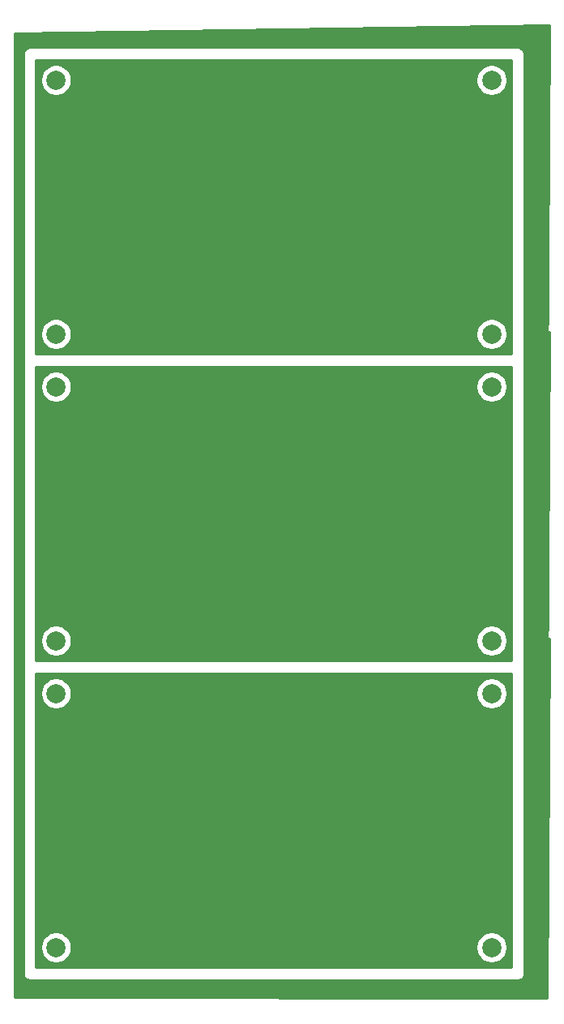
<source format=gbr>
G04 #@! TF.GenerationSoftware,KiCad,Pcbnew,5.1.5+dfsg1-2build2*
G04 #@! TF.CreationDate,2022-03-04T19:21:09-05:00*
G04 #@! TF.ProjectId,,58585858-5858-4585-9858-585858585858,rev?*
G04 #@! TF.SameCoordinates,Original*
G04 #@! TF.FileFunction,Copper,L2,Bot*
G04 #@! TF.FilePolarity,Positive*
%FSLAX46Y46*%
G04 Gerber Fmt 4.6, Leading zero omitted, Abs format (unit mm)*
G04 Created by KiCad (PCBNEW 5.1.5+dfsg1-2build2) date 2022-03-04 19:21:09*
%MOMM*%
%LPD*%
G04 APERTURE LIST*
%ADD10C,1.998980*%
%ADD11C,0.254000*%
G04 APERTURE END LIST*
D10*
X135207000Y-140969080D03*
X135207000Y-108969080D03*
X89707000Y-140969080D03*
X89707000Y-108969080D03*
X135207000Y-114469080D03*
X135207000Y-82469080D03*
X89707000Y-114469080D03*
X89707000Y-82469080D03*
X135207000Y-76969080D03*
X89707000Y-76969080D03*
X135207000Y-50469080D03*
X89707000Y-50469080D03*
D11*
G36*
X140965806Y-82295689D02*
G01*
X138617000Y-82289919D01*
X138617000Y-79751499D01*
X138620193Y-79719080D01*
X138617000Y-79686661D01*
X138617000Y-47751499D01*
X138620193Y-47719080D01*
X138607450Y-47589697D01*
X138569710Y-47465287D01*
X138508425Y-47350630D01*
X138425948Y-47250132D01*
X138325450Y-47167655D01*
X138210793Y-47106370D01*
X138086383Y-47068630D01*
X137989419Y-47059080D01*
X137957000Y-47055887D01*
X137924581Y-47059080D01*
X86989419Y-47059080D01*
X86957000Y-47055887D01*
X86924581Y-47059080D01*
X86827617Y-47068630D01*
X86703207Y-47106370D01*
X86588550Y-47167655D01*
X86488052Y-47250132D01*
X86405575Y-47350630D01*
X86344290Y-47465287D01*
X86306550Y-47589697D01*
X86293807Y-47719080D01*
X86297000Y-47751499D01*
X86297001Y-79686651D01*
X86293807Y-79719080D01*
X86297000Y-79751499D01*
X86297000Y-82161392D01*
X85384640Y-82159151D01*
X85384640Y-45601231D01*
X141228176Y-44746612D01*
X140965806Y-82295689D01*
G37*
X140965806Y-82295689D02*
X138617000Y-82289919D01*
X138617000Y-79751499D01*
X138620193Y-79719080D01*
X138617000Y-79686661D01*
X138617000Y-47751499D01*
X138620193Y-47719080D01*
X138607450Y-47589697D01*
X138569710Y-47465287D01*
X138508425Y-47350630D01*
X138425948Y-47250132D01*
X138325450Y-47167655D01*
X138210793Y-47106370D01*
X138086383Y-47068630D01*
X137989419Y-47059080D01*
X137957000Y-47055887D01*
X137924581Y-47059080D01*
X86989419Y-47059080D01*
X86957000Y-47055887D01*
X86924581Y-47059080D01*
X86827617Y-47068630D01*
X86703207Y-47106370D01*
X86588550Y-47167655D01*
X86488052Y-47250132D01*
X86405575Y-47350630D01*
X86344290Y-47465287D01*
X86306550Y-47589697D01*
X86293807Y-47719080D01*
X86297000Y-47751499D01*
X86297001Y-79686651D01*
X86293807Y-79719080D01*
X86297000Y-79751499D01*
X86297000Y-82161392D01*
X85384640Y-82159151D01*
X85384640Y-45601231D01*
X141228176Y-44746612D01*
X140965806Y-82295689D01*
G36*
X137297000Y-82286676D02*
G01*
X136837004Y-82285546D01*
X136778678Y-81992317D01*
X136655467Y-81694858D01*
X136476592Y-81427153D01*
X136248927Y-81199488D01*
X135981222Y-81020613D01*
X135683763Y-80897402D01*
X135367983Y-80834590D01*
X135046017Y-80834590D01*
X134730237Y-80897402D01*
X134432778Y-81020613D01*
X134165073Y-81199488D01*
X133937408Y-81427153D01*
X133758533Y-81694858D01*
X133635322Y-81992317D01*
X133578588Y-82277542D01*
X91314761Y-82173719D01*
X91278678Y-81992317D01*
X91155467Y-81694858D01*
X90976592Y-81427153D01*
X90748927Y-81199488D01*
X90481222Y-81020613D01*
X90183763Y-80897402D01*
X89867983Y-80834590D01*
X89546017Y-80834590D01*
X89230237Y-80897402D01*
X88932778Y-81020613D01*
X88665073Y-81199488D01*
X88437408Y-81427153D01*
X88258533Y-81694858D01*
X88135322Y-81992317D01*
X88100810Y-82165823D01*
X87617000Y-82164635D01*
X87617000Y-80379080D01*
X137297000Y-80379080D01*
X137297000Y-82286676D01*
G37*
X137297000Y-82286676D02*
X136837004Y-82285546D01*
X136778678Y-81992317D01*
X136655467Y-81694858D01*
X136476592Y-81427153D01*
X136248927Y-81199488D01*
X135981222Y-81020613D01*
X135683763Y-80897402D01*
X135367983Y-80834590D01*
X135046017Y-80834590D01*
X134730237Y-80897402D01*
X134432778Y-81020613D01*
X134165073Y-81199488D01*
X133937408Y-81427153D01*
X133758533Y-81694858D01*
X133635322Y-81992317D01*
X133578588Y-82277542D01*
X91314761Y-82173719D01*
X91278678Y-81992317D01*
X91155467Y-81694858D01*
X90976592Y-81427153D01*
X90748927Y-81199488D01*
X90481222Y-81020613D01*
X90183763Y-80897402D01*
X89867983Y-80834590D01*
X89546017Y-80834590D01*
X89230237Y-80897402D01*
X88932778Y-81020613D01*
X88665073Y-81199488D01*
X88437408Y-81427153D01*
X88258533Y-81694858D01*
X88135322Y-81992317D01*
X88100810Y-82165823D01*
X87617000Y-82164635D01*
X87617000Y-80379080D01*
X137297000Y-80379080D01*
X137297000Y-82286676D01*
G36*
X137297001Y-79059080D02*
G01*
X87617000Y-79059080D01*
X87617000Y-76808097D01*
X88072510Y-76808097D01*
X88072510Y-77130063D01*
X88135322Y-77445843D01*
X88258533Y-77743302D01*
X88437408Y-78011007D01*
X88665073Y-78238672D01*
X88932778Y-78417547D01*
X89230237Y-78540758D01*
X89546017Y-78603570D01*
X89867983Y-78603570D01*
X90183763Y-78540758D01*
X90481222Y-78417547D01*
X90748927Y-78238672D01*
X90976592Y-78011007D01*
X91155467Y-77743302D01*
X91278678Y-77445843D01*
X91341490Y-77130063D01*
X91341490Y-76808097D01*
X133572510Y-76808097D01*
X133572510Y-77130063D01*
X133635322Y-77445843D01*
X133758533Y-77743302D01*
X133937408Y-78011007D01*
X134165073Y-78238672D01*
X134432778Y-78417547D01*
X134730237Y-78540758D01*
X135046017Y-78603570D01*
X135367983Y-78603570D01*
X135683763Y-78540758D01*
X135981222Y-78417547D01*
X136248927Y-78238672D01*
X136476592Y-78011007D01*
X136655467Y-77743302D01*
X136778678Y-77445843D01*
X136841490Y-77130063D01*
X136841490Y-76808097D01*
X136778678Y-76492317D01*
X136655467Y-76194858D01*
X136476592Y-75927153D01*
X136248927Y-75699488D01*
X135981222Y-75520613D01*
X135683763Y-75397402D01*
X135367983Y-75334590D01*
X135046017Y-75334590D01*
X134730237Y-75397402D01*
X134432778Y-75520613D01*
X134165073Y-75699488D01*
X133937408Y-75927153D01*
X133758533Y-76194858D01*
X133635322Y-76492317D01*
X133572510Y-76808097D01*
X91341490Y-76808097D01*
X91278678Y-76492317D01*
X91155467Y-76194858D01*
X90976592Y-75927153D01*
X90748927Y-75699488D01*
X90481222Y-75520613D01*
X90183763Y-75397402D01*
X89867983Y-75334590D01*
X89546017Y-75334590D01*
X89230237Y-75397402D01*
X88932778Y-75520613D01*
X88665073Y-75699488D01*
X88437408Y-75927153D01*
X88258533Y-76194858D01*
X88135322Y-76492317D01*
X88072510Y-76808097D01*
X87617000Y-76808097D01*
X87617000Y-50308097D01*
X88072510Y-50308097D01*
X88072510Y-50630063D01*
X88135322Y-50945843D01*
X88258533Y-51243302D01*
X88437408Y-51511007D01*
X88665073Y-51738672D01*
X88932778Y-51917547D01*
X89230237Y-52040758D01*
X89546017Y-52103570D01*
X89867983Y-52103570D01*
X90183763Y-52040758D01*
X90481222Y-51917547D01*
X90748927Y-51738672D01*
X90976592Y-51511007D01*
X91155467Y-51243302D01*
X91278678Y-50945843D01*
X91341490Y-50630063D01*
X91341490Y-50308097D01*
X133572510Y-50308097D01*
X133572510Y-50630063D01*
X133635322Y-50945843D01*
X133758533Y-51243302D01*
X133937408Y-51511007D01*
X134165073Y-51738672D01*
X134432778Y-51917547D01*
X134730237Y-52040758D01*
X135046017Y-52103570D01*
X135367983Y-52103570D01*
X135683763Y-52040758D01*
X135981222Y-51917547D01*
X136248927Y-51738672D01*
X136476592Y-51511007D01*
X136655467Y-51243302D01*
X136778678Y-50945843D01*
X136841490Y-50630063D01*
X136841490Y-50308097D01*
X136778678Y-49992317D01*
X136655467Y-49694858D01*
X136476592Y-49427153D01*
X136248927Y-49199488D01*
X135981222Y-49020613D01*
X135683763Y-48897402D01*
X135367983Y-48834590D01*
X135046017Y-48834590D01*
X134730237Y-48897402D01*
X134432778Y-49020613D01*
X134165073Y-49199488D01*
X133937408Y-49427153D01*
X133758533Y-49694858D01*
X133635322Y-49992317D01*
X133572510Y-50308097D01*
X91341490Y-50308097D01*
X91278678Y-49992317D01*
X91155467Y-49694858D01*
X90976592Y-49427153D01*
X90748927Y-49199488D01*
X90481222Y-49020613D01*
X90183763Y-48897402D01*
X89867983Y-48834590D01*
X89546017Y-48834590D01*
X89230237Y-48897402D01*
X88932778Y-49020613D01*
X88665073Y-49199488D01*
X88437408Y-49427153D01*
X88258533Y-49694858D01*
X88135322Y-49992317D01*
X88072510Y-50308097D01*
X87617000Y-50308097D01*
X87617000Y-48379080D01*
X137297000Y-48379080D01*
X137297001Y-79059080D01*
G37*
X137297001Y-79059080D02*
X87617000Y-79059080D01*
X87617000Y-76808097D01*
X88072510Y-76808097D01*
X88072510Y-77130063D01*
X88135322Y-77445843D01*
X88258533Y-77743302D01*
X88437408Y-78011007D01*
X88665073Y-78238672D01*
X88932778Y-78417547D01*
X89230237Y-78540758D01*
X89546017Y-78603570D01*
X89867983Y-78603570D01*
X90183763Y-78540758D01*
X90481222Y-78417547D01*
X90748927Y-78238672D01*
X90976592Y-78011007D01*
X91155467Y-77743302D01*
X91278678Y-77445843D01*
X91341490Y-77130063D01*
X91341490Y-76808097D01*
X133572510Y-76808097D01*
X133572510Y-77130063D01*
X133635322Y-77445843D01*
X133758533Y-77743302D01*
X133937408Y-78011007D01*
X134165073Y-78238672D01*
X134432778Y-78417547D01*
X134730237Y-78540758D01*
X135046017Y-78603570D01*
X135367983Y-78603570D01*
X135683763Y-78540758D01*
X135981222Y-78417547D01*
X136248927Y-78238672D01*
X136476592Y-78011007D01*
X136655467Y-77743302D01*
X136778678Y-77445843D01*
X136841490Y-77130063D01*
X136841490Y-76808097D01*
X136778678Y-76492317D01*
X136655467Y-76194858D01*
X136476592Y-75927153D01*
X136248927Y-75699488D01*
X135981222Y-75520613D01*
X135683763Y-75397402D01*
X135367983Y-75334590D01*
X135046017Y-75334590D01*
X134730237Y-75397402D01*
X134432778Y-75520613D01*
X134165073Y-75699488D01*
X133937408Y-75927153D01*
X133758533Y-76194858D01*
X133635322Y-76492317D01*
X133572510Y-76808097D01*
X91341490Y-76808097D01*
X91278678Y-76492317D01*
X91155467Y-76194858D01*
X90976592Y-75927153D01*
X90748927Y-75699488D01*
X90481222Y-75520613D01*
X90183763Y-75397402D01*
X89867983Y-75334590D01*
X89546017Y-75334590D01*
X89230237Y-75397402D01*
X88932778Y-75520613D01*
X88665073Y-75699488D01*
X88437408Y-75927153D01*
X88258533Y-76194858D01*
X88135322Y-76492317D01*
X88072510Y-76808097D01*
X87617000Y-76808097D01*
X87617000Y-50308097D01*
X88072510Y-50308097D01*
X88072510Y-50630063D01*
X88135322Y-50945843D01*
X88258533Y-51243302D01*
X88437408Y-51511007D01*
X88665073Y-51738672D01*
X88932778Y-51917547D01*
X89230237Y-52040758D01*
X89546017Y-52103570D01*
X89867983Y-52103570D01*
X90183763Y-52040758D01*
X90481222Y-51917547D01*
X90748927Y-51738672D01*
X90976592Y-51511007D01*
X91155467Y-51243302D01*
X91278678Y-50945843D01*
X91341490Y-50630063D01*
X91341490Y-50308097D01*
X133572510Y-50308097D01*
X133572510Y-50630063D01*
X133635322Y-50945843D01*
X133758533Y-51243302D01*
X133937408Y-51511007D01*
X134165073Y-51738672D01*
X134432778Y-51917547D01*
X134730237Y-52040758D01*
X135046017Y-52103570D01*
X135367983Y-52103570D01*
X135683763Y-52040758D01*
X135981222Y-51917547D01*
X136248927Y-51738672D01*
X136476592Y-51511007D01*
X136655467Y-51243302D01*
X136778678Y-50945843D01*
X136841490Y-50630063D01*
X136841490Y-50308097D01*
X136778678Y-49992317D01*
X136655467Y-49694858D01*
X136476592Y-49427153D01*
X136248927Y-49199488D01*
X135981222Y-49020613D01*
X135683763Y-48897402D01*
X135367983Y-48834590D01*
X135046017Y-48834590D01*
X134730237Y-48897402D01*
X134432778Y-49020613D01*
X134165073Y-49199488D01*
X133937408Y-49427153D01*
X133758533Y-49694858D01*
X133635322Y-49992317D01*
X133572510Y-50308097D01*
X91341490Y-50308097D01*
X91278678Y-49992317D01*
X91155467Y-49694858D01*
X90976592Y-49427153D01*
X90748927Y-49199488D01*
X90481222Y-49020613D01*
X90183763Y-48897402D01*
X89867983Y-48834590D01*
X89546017Y-48834590D01*
X89230237Y-48897402D01*
X88932778Y-49020613D01*
X88665073Y-49199488D01*
X88437408Y-49427153D01*
X88258533Y-49694858D01*
X88135322Y-49992317D01*
X88072510Y-50308097D01*
X87617000Y-50308097D01*
X87617000Y-48379080D01*
X137297000Y-48379080D01*
X137297001Y-79059080D01*
G36*
X140965806Y-114295689D02*
G01*
X138617000Y-114289919D01*
X138617000Y-111751499D01*
X138620193Y-111719080D01*
X138617000Y-111686661D01*
X138617000Y-79751499D01*
X138620193Y-79719080D01*
X138617000Y-79686661D01*
X138617000Y-76786573D01*
X141228176Y-76746612D01*
X140965806Y-114295689D01*
G37*
X140965806Y-114295689D02*
X138617000Y-114289919D01*
X138617000Y-111751499D01*
X138620193Y-111719080D01*
X138617000Y-111686661D01*
X138617000Y-79751499D01*
X138620193Y-79719080D01*
X138617000Y-79686661D01*
X138617000Y-76786573D01*
X141228176Y-76746612D01*
X140965806Y-114295689D01*
G36*
X137297000Y-114286676D02*
G01*
X136837004Y-114285546D01*
X136778678Y-113992317D01*
X136655467Y-113694858D01*
X136476592Y-113427153D01*
X136248927Y-113199488D01*
X135981222Y-113020613D01*
X135683763Y-112897402D01*
X135367983Y-112834590D01*
X135046017Y-112834590D01*
X134730237Y-112897402D01*
X134432778Y-113020613D01*
X134165073Y-113199488D01*
X133937408Y-113427153D01*
X133758533Y-113694858D01*
X133635322Y-113992317D01*
X133578588Y-114277542D01*
X91314761Y-114173719D01*
X91278678Y-113992317D01*
X91155467Y-113694858D01*
X90976592Y-113427153D01*
X90748927Y-113199488D01*
X90481222Y-113020613D01*
X90183763Y-112897402D01*
X89867983Y-112834590D01*
X89546017Y-112834590D01*
X89230237Y-112897402D01*
X88932778Y-113020613D01*
X88665073Y-113199488D01*
X88437408Y-113427153D01*
X88258533Y-113694858D01*
X88135322Y-113992317D01*
X88100810Y-114165823D01*
X87617000Y-114164635D01*
X87617000Y-112379080D01*
X137297000Y-112379080D01*
X137297000Y-114286676D01*
G37*
X137297000Y-114286676D02*
X136837004Y-114285546D01*
X136778678Y-113992317D01*
X136655467Y-113694858D01*
X136476592Y-113427153D01*
X136248927Y-113199488D01*
X135981222Y-113020613D01*
X135683763Y-112897402D01*
X135367983Y-112834590D01*
X135046017Y-112834590D01*
X134730237Y-112897402D01*
X134432778Y-113020613D01*
X134165073Y-113199488D01*
X133937408Y-113427153D01*
X133758533Y-113694858D01*
X133635322Y-113992317D01*
X133578588Y-114277542D01*
X91314761Y-114173719D01*
X91278678Y-113992317D01*
X91155467Y-113694858D01*
X90976592Y-113427153D01*
X90748927Y-113199488D01*
X90481222Y-113020613D01*
X90183763Y-112897402D01*
X89867983Y-112834590D01*
X89546017Y-112834590D01*
X89230237Y-112897402D01*
X88932778Y-113020613D01*
X88665073Y-113199488D01*
X88437408Y-113427153D01*
X88258533Y-113694858D01*
X88135322Y-113992317D01*
X88100810Y-114165823D01*
X87617000Y-114164635D01*
X87617000Y-112379080D01*
X137297000Y-112379080D01*
X137297000Y-114286676D01*
G36*
X86297001Y-79686651D02*
G01*
X86293807Y-79719080D01*
X86297000Y-79751499D01*
X86297001Y-111686651D01*
X86293807Y-111719080D01*
X86297000Y-111751499D01*
X86297000Y-114161392D01*
X85384640Y-114159151D01*
X85384640Y-77601231D01*
X86297001Y-77587268D01*
X86297001Y-79686651D01*
G37*
X86297001Y-79686651D02*
X86293807Y-79719080D01*
X86297000Y-79751499D01*
X86297001Y-111686651D01*
X86293807Y-111719080D01*
X86297000Y-111751499D01*
X86297000Y-114161392D01*
X85384640Y-114159151D01*
X85384640Y-77601231D01*
X86297001Y-77587268D01*
X86297001Y-79686651D01*
G36*
X137297001Y-111059080D02*
G01*
X87617000Y-111059080D01*
X87617000Y-108808097D01*
X88072510Y-108808097D01*
X88072510Y-109130063D01*
X88135322Y-109445843D01*
X88258533Y-109743302D01*
X88437408Y-110011007D01*
X88665073Y-110238672D01*
X88932778Y-110417547D01*
X89230237Y-110540758D01*
X89546017Y-110603570D01*
X89867983Y-110603570D01*
X90183763Y-110540758D01*
X90481222Y-110417547D01*
X90748927Y-110238672D01*
X90976592Y-110011007D01*
X91155467Y-109743302D01*
X91278678Y-109445843D01*
X91341490Y-109130063D01*
X91341490Y-108808097D01*
X133572510Y-108808097D01*
X133572510Y-109130063D01*
X133635322Y-109445843D01*
X133758533Y-109743302D01*
X133937408Y-110011007D01*
X134165073Y-110238672D01*
X134432778Y-110417547D01*
X134730237Y-110540758D01*
X135046017Y-110603570D01*
X135367983Y-110603570D01*
X135683763Y-110540758D01*
X135981222Y-110417547D01*
X136248927Y-110238672D01*
X136476592Y-110011007D01*
X136655467Y-109743302D01*
X136778678Y-109445843D01*
X136841490Y-109130063D01*
X136841490Y-108808097D01*
X136778678Y-108492317D01*
X136655467Y-108194858D01*
X136476592Y-107927153D01*
X136248927Y-107699488D01*
X135981222Y-107520613D01*
X135683763Y-107397402D01*
X135367983Y-107334590D01*
X135046017Y-107334590D01*
X134730237Y-107397402D01*
X134432778Y-107520613D01*
X134165073Y-107699488D01*
X133937408Y-107927153D01*
X133758533Y-108194858D01*
X133635322Y-108492317D01*
X133572510Y-108808097D01*
X91341490Y-108808097D01*
X91278678Y-108492317D01*
X91155467Y-108194858D01*
X90976592Y-107927153D01*
X90748927Y-107699488D01*
X90481222Y-107520613D01*
X90183763Y-107397402D01*
X89867983Y-107334590D01*
X89546017Y-107334590D01*
X89230237Y-107397402D01*
X88932778Y-107520613D01*
X88665073Y-107699488D01*
X88437408Y-107927153D01*
X88258533Y-108194858D01*
X88135322Y-108492317D01*
X88072510Y-108808097D01*
X87617000Y-108808097D01*
X87617000Y-82308097D01*
X88072510Y-82308097D01*
X88072510Y-82630063D01*
X88135322Y-82945843D01*
X88258533Y-83243302D01*
X88437408Y-83511007D01*
X88665073Y-83738672D01*
X88932778Y-83917547D01*
X89230237Y-84040758D01*
X89546017Y-84103570D01*
X89867983Y-84103570D01*
X90183763Y-84040758D01*
X90481222Y-83917547D01*
X90748927Y-83738672D01*
X90976592Y-83511007D01*
X91155467Y-83243302D01*
X91278678Y-82945843D01*
X91341490Y-82630063D01*
X91341490Y-82308097D01*
X133572510Y-82308097D01*
X133572510Y-82630063D01*
X133635322Y-82945843D01*
X133758533Y-83243302D01*
X133937408Y-83511007D01*
X134165073Y-83738672D01*
X134432778Y-83917547D01*
X134730237Y-84040758D01*
X135046017Y-84103570D01*
X135367983Y-84103570D01*
X135683763Y-84040758D01*
X135981222Y-83917547D01*
X136248927Y-83738672D01*
X136476592Y-83511007D01*
X136655467Y-83243302D01*
X136778678Y-82945843D01*
X136841490Y-82630063D01*
X136841490Y-82308097D01*
X136778678Y-81992317D01*
X136655467Y-81694858D01*
X136476592Y-81427153D01*
X136248927Y-81199488D01*
X135981222Y-81020613D01*
X135683763Y-80897402D01*
X135367983Y-80834590D01*
X135046017Y-80834590D01*
X134730237Y-80897402D01*
X134432778Y-81020613D01*
X134165073Y-81199488D01*
X133937408Y-81427153D01*
X133758533Y-81694858D01*
X133635322Y-81992317D01*
X133572510Y-82308097D01*
X91341490Y-82308097D01*
X91278678Y-81992317D01*
X91155467Y-81694858D01*
X90976592Y-81427153D01*
X90748927Y-81199488D01*
X90481222Y-81020613D01*
X90183763Y-80897402D01*
X89867983Y-80834590D01*
X89546017Y-80834590D01*
X89230237Y-80897402D01*
X88932778Y-81020613D01*
X88665073Y-81199488D01*
X88437408Y-81427153D01*
X88258533Y-81694858D01*
X88135322Y-81992317D01*
X88072510Y-82308097D01*
X87617000Y-82308097D01*
X87617000Y-80379080D01*
X137297000Y-80379080D01*
X137297001Y-111059080D01*
G37*
X137297001Y-111059080D02*
X87617000Y-111059080D01*
X87617000Y-108808097D01*
X88072510Y-108808097D01*
X88072510Y-109130063D01*
X88135322Y-109445843D01*
X88258533Y-109743302D01*
X88437408Y-110011007D01*
X88665073Y-110238672D01*
X88932778Y-110417547D01*
X89230237Y-110540758D01*
X89546017Y-110603570D01*
X89867983Y-110603570D01*
X90183763Y-110540758D01*
X90481222Y-110417547D01*
X90748927Y-110238672D01*
X90976592Y-110011007D01*
X91155467Y-109743302D01*
X91278678Y-109445843D01*
X91341490Y-109130063D01*
X91341490Y-108808097D01*
X133572510Y-108808097D01*
X133572510Y-109130063D01*
X133635322Y-109445843D01*
X133758533Y-109743302D01*
X133937408Y-110011007D01*
X134165073Y-110238672D01*
X134432778Y-110417547D01*
X134730237Y-110540758D01*
X135046017Y-110603570D01*
X135367983Y-110603570D01*
X135683763Y-110540758D01*
X135981222Y-110417547D01*
X136248927Y-110238672D01*
X136476592Y-110011007D01*
X136655467Y-109743302D01*
X136778678Y-109445843D01*
X136841490Y-109130063D01*
X136841490Y-108808097D01*
X136778678Y-108492317D01*
X136655467Y-108194858D01*
X136476592Y-107927153D01*
X136248927Y-107699488D01*
X135981222Y-107520613D01*
X135683763Y-107397402D01*
X135367983Y-107334590D01*
X135046017Y-107334590D01*
X134730237Y-107397402D01*
X134432778Y-107520613D01*
X134165073Y-107699488D01*
X133937408Y-107927153D01*
X133758533Y-108194858D01*
X133635322Y-108492317D01*
X133572510Y-108808097D01*
X91341490Y-108808097D01*
X91278678Y-108492317D01*
X91155467Y-108194858D01*
X90976592Y-107927153D01*
X90748927Y-107699488D01*
X90481222Y-107520613D01*
X90183763Y-107397402D01*
X89867983Y-107334590D01*
X89546017Y-107334590D01*
X89230237Y-107397402D01*
X88932778Y-107520613D01*
X88665073Y-107699488D01*
X88437408Y-107927153D01*
X88258533Y-108194858D01*
X88135322Y-108492317D01*
X88072510Y-108808097D01*
X87617000Y-108808097D01*
X87617000Y-82308097D01*
X88072510Y-82308097D01*
X88072510Y-82630063D01*
X88135322Y-82945843D01*
X88258533Y-83243302D01*
X88437408Y-83511007D01*
X88665073Y-83738672D01*
X88932778Y-83917547D01*
X89230237Y-84040758D01*
X89546017Y-84103570D01*
X89867983Y-84103570D01*
X90183763Y-84040758D01*
X90481222Y-83917547D01*
X90748927Y-83738672D01*
X90976592Y-83511007D01*
X91155467Y-83243302D01*
X91278678Y-82945843D01*
X91341490Y-82630063D01*
X91341490Y-82308097D01*
X133572510Y-82308097D01*
X133572510Y-82630063D01*
X133635322Y-82945843D01*
X133758533Y-83243302D01*
X133937408Y-83511007D01*
X134165073Y-83738672D01*
X134432778Y-83917547D01*
X134730237Y-84040758D01*
X135046017Y-84103570D01*
X135367983Y-84103570D01*
X135683763Y-84040758D01*
X135981222Y-83917547D01*
X136248927Y-83738672D01*
X136476592Y-83511007D01*
X136655467Y-83243302D01*
X136778678Y-82945843D01*
X136841490Y-82630063D01*
X136841490Y-82308097D01*
X136778678Y-81992317D01*
X136655467Y-81694858D01*
X136476592Y-81427153D01*
X136248927Y-81199488D01*
X135981222Y-81020613D01*
X135683763Y-80897402D01*
X135367983Y-80834590D01*
X135046017Y-80834590D01*
X134730237Y-80897402D01*
X134432778Y-81020613D01*
X134165073Y-81199488D01*
X133937408Y-81427153D01*
X133758533Y-81694858D01*
X133635322Y-81992317D01*
X133572510Y-82308097D01*
X91341490Y-82308097D01*
X91278678Y-81992317D01*
X91155467Y-81694858D01*
X90976592Y-81427153D01*
X90748927Y-81199488D01*
X90481222Y-81020613D01*
X90183763Y-80897402D01*
X89867983Y-80834590D01*
X89546017Y-80834590D01*
X89230237Y-80897402D01*
X88932778Y-81020613D01*
X88665073Y-81199488D01*
X88437408Y-81427153D01*
X88258533Y-81694858D01*
X88135322Y-81992317D01*
X88072510Y-82308097D01*
X87617000Y-82308097D01*
X87617000Y-80379080D01*
X137297000Y-80379080D01*
X137297001Y-111059080D01*
G36*
X137297001Y-79059080D02*
G01*
X87617000Y-79059080D01*
X87617000Y-77567067D01*
X88181953Y-77558421D01*
X88258533Y-77743302D01*
X88437408Y-78011007D01*
X88665073Y-78238672D01*
X88932778Y-78417547D01*
X89230237Y-78540758D01*
X89546017Y-78603570D01*
X89867983Y-78603570D01*
X90183763Y-78540758D01*
X90481222Y-78417547D01*
X90748927Y-78238672D01*
X90976592Y-78011007D01*
X91155467Y-77743302D01*
X91251505Y-77511446D01*
X133572510Y-76863773D01*
X133572510Y-77130063D01*
X133635322Y-77445843D01*
X133758533Y-77743302D01*
X133937408Y-78011007D01*
X134165073Y-78238672D01*
X134432778Y-78417547D01*
X134730237Y-78540758D01*
X135046017Y-78603570D01*
X135367983Y-78603570D01*
X135683763Y-78540758D01*
X135981222Y-78417547D01*
X136248927Y-78238672D01*
X136476592Y-78011007D01*
X136655467Y-77743302D01*
X136778678Y-77445843D01*
X136841490Y-77130063D01*
X136841490Y-76813745D01*
X137297001Y-76806774D01*
X137297001Y-79059080D01*
G37*
X137297001Y-79059080D02*
X87617000Y-79059080D01*
X87617000Y-77567067D01*
X88181953Y-77558421D01*
X88258533Y-77743302D01*
X88437408Y-78011007D01*
X88665073Y-78238672D01*
X88932778Y-78417547D01*
X89230237Y-78540758D01*
X89546017Y-78603570D01*
X89867983Y-78603570D01*
X90183763Y-78540758D01*
X90481222Y-78417547D01*
X90748927Y-78238672D01*
X90976592Y-78011007D01*
X91155467Y-77743302D01*
X91251505Y-77511446D01*
X133572510Y-76863773D01*
X133572510Y-77130063D01*
X133635322Y-77445843D01*
X133758533Y-77743302D01*
X133937408Y-78011007D01*
X134165073Y-78238672D01*
X134432778Y-78417547D01*
X134730237Y-78540758D01*
X135046017Y-78603570D01*
X135367983Y-78603570D01*
X135683763Y-78540758D01*
X135981222Y-78417547D01*
X136248927Y-78238672D01*
X136476592Y-78011007D01*
X136655467Y-77743302D01*
X136778678Y-77445843D01*
X136841490Y-77130063D01*
X136841490Y-76813745D01*
X137297001Y-76806774D01*
X137297001Y-79059080D01*
G36*
X140965806Y-146295689D02*
G01*
X85384640Y-146159151D01*
X85384640Y-109601231D01*
X86297001Y-109587268D01*
X86297001Y-111686651D01*
X86293807Y-111719080D01*
X86297000Y-111751499D01*
X86297001Y-143686651D01*
X86293807Y-143719080D01*
X86306550Y-143848463D01*
X86344290Y-143972873D01*
X86405575Y-144087530D01*
X86488052Y-144188028D01*
X86588550Y-144270505D01*
X86703207Y-144331790D01*
X86827617Y-144369530D01*
X86924581Y-144379080D01*
X86957000Y-144382273D01*
X86989419Y-144379080D01*
X137924581Y-144379080D01*
X137957000Y-144382273D01*
X137989419Y-144379080D01*
X138086383Y-144369530D01*
X138210793Y-144331790D01*
X138325450Y-144270505D01*
X138425948Y-144188028D01*
X138508425Y-144087530D01*
X138569710Y-143972873D01*
X138607450Y-143848463D01*
X138620193Y-143719080D01*
X138617000Y-143686661D01*
X138617000Y-111751499D01*
X138620193Y-111719080D01*
X138617000Y-111686661D01*
X138617000Y-108786573D01*
X141228176Y-108746612D01*
X140965806Y-146295689D01*
G37*
X140965806Y-146295689D02*
X85384640Y-146159151D01*
X85384640Y-109601231D01*
X86297001Y-109587268D01*
X86297001Y-111686651D01*
X86293807Y-111719080D01*
X86297000Y-111751499D01*
X86297001Y-143686651D01*
X86293807Y-143719080D01*
X86306550Y-143848463D01*
X86344290Y-143972873D01*
X86405575Y-144087530D01*
X86488052Y-144188028D01*
X86588550Y-144270505D01*
X86703207Y-144331790D01*
X86827617Y-144369530D01*
X86924581Y-144379080D01*
X86957000Y-144382273D01*
X86989419Y-144379080D01*
X137924581Y-144379080D01*
X137957000Y-144382273D01*
X137989419Y-144379080D01*
X138086383Y-144369530D01*
X138210793Y-144331790D01*
X138325450Y-144270505D01*
X138425948Y-144188028D01*
X138508425Y-144087530D01*
X138569710Y-143972873D01*
X138607450Y-143848463D01*
X138620193Y-143719080D01*
X138617000Y-143686661D01*
X138617000Y-111751499D01*
X138620193Y-111719080D01*
X138617000Y-111686661D01*
X138617000Y-108786573D01*
X141228176Y-108746612D01*
X140965806Y-146295689D01*
G36*
X137297001Y-143059080D02*
G01*
X87617000Y-143059080D01*
X87617000Y-140808097D01*
X88072510Y-140808097D01*
X88072510Y-141130063D01*
X88135322Y-141445843D01*
X88258533Y-141743302D01*
X88437408Y-142011007D01*
X88665073Y-142238672D01*
X88932778Y-142417547D01*
X89230237Y-142540758D01*
X89546017Y-142603570D01*
X89867983Y-142603570D01*
X90183763Y-142540758D01*
X90481222Y-142417547D01*
X90748927Y-142238672D01*
X90976592Y-142011007D01*
X91155467Y-141743302D01*
X91278678Y-141445843D01*
X91341490Y-141130063D01*
X91341490Y-140808097D01*
X133572510Y-140808097D01*
X133572510Y-141130063D01*
X133635322Y-141445843D01*
X133758533Y-141743302D01*
X133937408Y-142011007D01*
X134165073Y-142238672D01*
X134432778Y-142417547D01*
X134730237Y-142540758D01*
X135046017Y-142603570D01*
X135367983Y-142603570D01*
X135683763Y-142540758D01*
X135981222Y-142417547D01*
X136248927Y-142238672D01*
X136476592Y-142011007D01*
X136655467Y-141743302D01*
X136778678Y-141445843D01*
X136841490Y-141130063D01*
X136841490Y-140808097D01*
X136778678Y-140492317D01*
X136655467Y-140194858D01*
X136476592Y-139927153D01*
X136248927Y-139699488D01*
X135981222Y-139520613D01*
X135683763Y-139397402D01*
X135367983Y-139334590D01*
X135046017Y-139334590D01*
X134730237Y-139397402D01*
X134432778Y-139520613D01*
X134165073Y-139699488D01*
X133937408Y-139927153D01*
X133758533Y-140194858D01*
X133635322Y-140492317D01*
X133572510Y-140808097D01*
X91341490Y-140808097D01*
X91278678Y-140492317D01*
X91155467Y-140194858D01*
X90976592Y-139927153D01*
X90748927Y-139699488D01*
X90481222Y-139520613D01*
X90183763Y-139397402D01*
X89867983Y-139334590D01*
X89546017Y-139334590D01*
X89230237Y-139397402D01*
X88932778Y-139520613D01*
X88665073Y-139699488D01*
X88437408Y-139927153D01*
X88258533Y-140194858D01*
X88135322Y-140492317D01*
X88072510Y-140808097D01*
X87617000Y-140808097D01*
X87617000Y-114308097D01*
X88072510Y-114308097D01*
X88072510Y-114630063D01*
X88135322Y-114945843D01*
X88258533Y-115243302D01*
X88437408Y-115511007D01*
X88665073Y-115738672D01*
X88932778Y-115917547D01*
X89230237Y-116040758D01*
X89546017Y-116103570D01*
X89867983Y-116103570D01*
X90183763Y-116040758D01*
X90481222Y-115917547D01*
X90748927Y-115738672D01*
X90976592Y-115511007D01*
X91155467Y-115243302D01*
X91278678Y-114945843D01*
X91341490Y-114630063D01*
X91341490Y-114308097D01*
X133572510Y-114308097D01*
X133572510Y-114630063D01*
X133635322Y-114945843D01*
X133758533Y-115243302D01*
X133937408Y-115511007D01*
X134165073Y-115738672D01*
X134432778Y-115917547D01*
X134730237Y-116040758D01*
X135046017Y-116103570D01*
X135367983Y-116103570D01*
X135683763Y-116040758D01*
X135981222Y-115917547D01*
X136248927Y-115738672D01*
X136476592Y-115511007D01*
X136655467Y-115243302D01*
X136778678Y-114945843D01*
X136841490Y-114630063D01*
X136841490Y-114308097D01*
X136778678Y-113992317D01*
X136655467Y-113694858D01*
X136476592Y-113427153D01*
X136248927Y-113199488D01*
X135981222Y-113020613D01*
X135683763Y-112897402D01*
X135367983Y-112834590D01*
X135046017Y-112834590D01*
X134730237Y-112897402D01*
X134432778Y-113020613D01*
X134165073Y-113199488D01*
X133937408Y-113427153D01*
X133758533Y-113694858D01*
X133635322Y-113992317D01*
X133572510Y-114308097D01*
X91341490Y-114308097D01*
X91278678Y-113992317D01*
X91155467Y-113694858D01*
X90976592Y-113427153D01*
X90748927Y-113199488D01*
X90481222Y-113020613D01*
X90183763Y-112897402D01*
X89867983Y-112834590D01*
X89546017Y-112834590D01*
X89230237Y-112897402D01*
X88932778Y-113020613D01*
X88665073Y-113199488D01*
X88437408Y-113427153D01*
X88258533Y-113694858D01*
X88135322Y-113992317D01*
X88072510Y-114308097D01*
X87617000Y-114308097D01*
X87617000Y-112379080D01*
X137297000Y-112379080D01*
X137297001Y-143059080D01*
G37*
X137297001Y-143059080D02*
X87617000Y-143059080D01*
X87617000Y-140808097D01*
X88072510Y-140808097D01*
X88072510Y-141130063D01*
X88135322Y-141445843D01*
X88258533Y-141743302D01*
X88437408Y-142011007D01*
X88665073Y-142238672D01*
X88932778Y-142417547D01*
X89230237Y-142540758D01*
X89546017Y-142603570D01*
X89867983Y-142603570D01*
X90183763Y-142540758D01*
X90481222Y-142417547D01*
X90748927Y-142238672D01*
X90976592Y-142011007D01*
X91155467Y-141743302D01*
X91278678Y-141445843D01*
X91341490Y-141130063D01*
X91341490Y-140808097D01*
X133572510Y-140808097D01*
X133572510Y-141130063D01*
X133635322Y-141445843D01*
X133758533Y-141743302D01*
X133937408Y-142011007D01*
X134165073Y-142238672D01*
X134432778Y-142417547D01*
X134730237Y-142540758D01*
X135046017Y-142603570D01*
X135367983Y-142603570D01*
X135683763Y-142540758D01*
X135981222Y-142417547D01*
X136248927Y-142238672D01*
X136476592Y-142011007D01*
X136655467Y-141743302D01*
X136778678Y-141445843D01*
X136841490Y-141130063D01*
X136841490Y-140808097D01*
X136778678Y-140492317D01*
X136655467Y-140194858D01*
X136476592Y-139927153D01*
X136248927Y-139699488D01*
X135981222Y-139520613D01*
X135683763Y-139397402D01*
X135367983Y-139334590D01*
X135046017Y-139334590D01*
X134730237Y-139397402D01*
X134432778Y-139520613D01*
X134165073Y-139699488D01*
X133937408Y-139927153D01*
X133758533Y-140194858D01*
X133635322Y-140492317D01*
X133572510Y-140808097D01*
X91341490Y-140808097D01*
X91278678Y-140492317D01*
X91155467Y-140194858D01*
X90976592Y-139927153D01*
X90748927Y-139699488D01*
X90481222Y-139520613D01*
X90183763Y-139397402D01*
X89867983Y-139334590D01*
X89546017Y-139334590D01*
X89230237Y-139397402D01*
X88932778Y-139520613D01*
X88665073Y-139699488D01*
X88437408Y-139927153D01*
X88258533Y-140194858D01*
X88135322Y-140492317D01*
X88072510Y-140808097D01*
X87617000Y-140808097D01*
X87617000Y-114308097D01*
X88072510Y-114308097D01*
X88072510Y-114630063D01*
X88135322Y-114945843D01*
X88258533Y-115243302D01*
X88437408Y-115511007D01*
X88665073Y-115738672D01*
X88932778Y-115917547D01*
X89230237Y-116040758D01*
X89546017Y-116103570D01*
X89867983Y-116103570D01*
X90183763Y-116040758D01*
X90481222Y-115917547D01*
X90748927Y-115738672D01*
X90976592Y-115511007D01*
X91155467Y-115243302D01*
X91278678Y-114945843D01*
X91341490Y-114630063D01*
X91341490Y-114308097D01*
X133572510Y-114308097D01*
X133572510Y-114630063D01*
X133635322Y-114945843D01*
X133758533Y-115243302D01*
X133937408Y-115511007D01*
X134165073Y-115738672D01*
X134432778Y-115917547D01*
X134730237Y-116040758D01*
X135046017Y-116103570D01*
X135367983Y-116103570D01*
X135683763Y-116040758D01*
X135981222Y-115917547D01*
X136248927Y-115738672D01*
X136476592Y-115511007D01*
X136655467Y-115243302D01*
X136778678Y-114945843D01*
X136841490Y-114630063D01*
X136841490Y-114308097D01*
X136778678Y-113992317D01*
X136655467Y-113694858D01*
X136476592Y-113427153D01*
X136248927Y-113199488D01*
X135981222Y-113020613D01*
X135683763Y-112897402D01*
X135367983Y-112834590D01*
X135046017Y-112834590D01*
X134730237Y-112897402D01*
X134432778Y-113020613D01*
X134165073Y-113199488D01*
X133937408Y-113427153D01*
X133758533Y-113694858D01*
X133635322Y-113992317D01*
X133572510Y-114308097D01*
X91341490Y-114308097D01*
X91278678Y-113992317D01*
X91155467Y-113694858D01*
X90976592Y-113427153D01*
X90748927Y-113199488D01*
X90481222Y-113020613D01*
X90183763Y-112897402D01*
X89867983Y-112834590D01*
X89546017Y-112834590D01*
X89230237Y-112897402D01*
X88932778Y-113020613D01*
X88665073Y-113199488D01*
X88437408Y-113427153D01*
X88258533Y-113694858D01*
X88135322Y-113992317D01*
X88072510Y-114308097D01*
X87617000Y-114308097D01*
X87617000Y-112379080D01*
X137297000Y-112379080D01*
X137297001Y-143059080D01*
G36*
X137297001Y-111059080D02*
G01*
X87617000Y-111059080D01*
X87617000Y-109567067D01*
X88181953Y-109558421D01*
X88258533Y-109743302D01*
X88437408Y-110011007D01*
X88665073Y-110238672D01*
X88932778Y-110417547D01*
X89230237Y-110540758D01*
X89546017Y-110603570D01*
X89867983Y-110603570D01*
X90183763Y-110540758D01*
X90481222Y-110417547D01*
X90748927Y-110238672D01*
X90976592Y-110011007D01*
X91155467Y-109743302D01*
X91251505Y-109511446D01*
X133572510Y-108863773D01*
X133572510Y-109130063D01*
X133635322Y-109445843D01*
X133758533Y-109743302D01*
X133937408Y-110011007D01*
X134165073Y-110238672D01*
X134432778Y-110417547D01*
X134730237Y-110540758D01*
X135046017Y-110603570D01*
X135367983Y-110603570D01*
X135683763Y-110540758D01*
X135981222Y-110417547D01*
X136248927Y-110238672D01*
X136476592Y-110011007D01*
X136655467Y-109743302D01*
X136778678Y-109445843D01*
X136841490Y-109130063D01*
X136841490Y-108813745D01*
X137297001Y-108806774D01*
X137297001Y-111059080D01*
G37*
X137297001Y-111059080D02*
X87617000Y-111059080D01*
X87617000Y-109567067D01*
X88181953Y-109558421D01*
X88258533Y-109743302D01*
X88437408Y-110011007D01*
X88665073Y-110238672D01*
X88932778Y-110417547D01*
X89230237Y-110540758D01*
X89546017Y-110603570D01*
X89867983Y-110603570D01*
X90183763Y-110540758D01*
X90481222Y-110417547D01*
X90748927Y-110238672D01*
X90976592Y-110011007D01*
X91155467Y-109743302D01*
X91251505Y-109511446D01*
X133572510Y-108863773D01*
X133572510Y-109130063D01*
X133635322Y-109445843D01*
X133758533Y-109743302D01*
X133937408Y-110011007D01*
X134165073Y-110238672D01*
X134432778Y-110417547D01*
X134730237Y-110540758D01*
X135046017Y-110603570D01*
X135367983Y-110603570D01*
X135683763Y-110540758D01*
X135981222Y-110417547D01*
X136248927Y-110238672D01*
X136476592Y-110011007D01*
X136655467Y-109743302D01*
X136778678Y-109445843D01*
X136841490Y-109130063D01*
X136841490Y-108813745D01*
X137297001Y-108806774D01*
X137297001Y-111059080D01*
M02*

</source>
